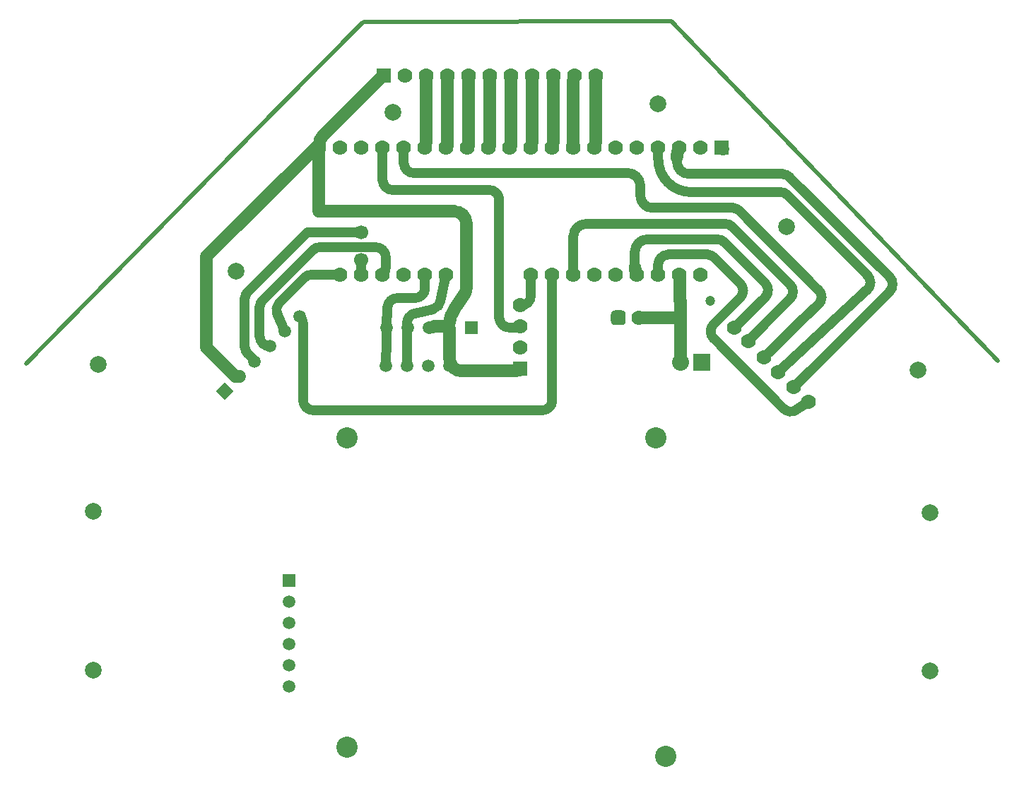
<source format=gbl>
G04*
G04 #@! TF.GenerationSoftware,Altium Limited,Altium Designer,24.5.2 (23)*
G04*
G04 Layer_Physical_Order=2*
G04 Layer_Color=16711680*
%FSLAX44Y44*%
%MOMM*%
G71*
G04*
G04 #@! TF.SameCoordinates,5655CFCB-AA65-40B9-AC3C-96A7F36D51F4*
G04*
G04*
G04 #@! TF.FilePolarity,Positive*
G04*
G01*
G75*
%ADD10C,1.5000*%
%ADD11C,1.2000*%
%ADD12C,0.1270*%
%ADD13C,0.5000*%
%ADD14P,2.1213X4X90.0*%
%ADD15C,1.5000*%
%ADD16R,1.5000X1.5000*%
%ADD17C,1.7780*%
%ADD18R,1.7780X1.7780*%
%ADD19C,2.5400*%
G04:AMPARAMS|DCode=20|XSize=1.778mm|YSize=1.778mm|CornerRadius=0.4445mm|HoleSize=0mm|Usage=FLASHONLY|Rotation=0.000|XOffset=0mm|YOffset=0mm|HoleType=Round|Shape=RoundedRectangle|*
%AMROUNDEDRECTD20*
21,1,1.7780,0.8890,0,0,0.0*
21,1,0.8890,1.7780,0,0,0.0*
1,1,0.8890,0.4445,-0.4445*
1,1,0.8890,-0.4445,-0.4445*
1,1,0.8890,-0.4445,0.4445*
1,1,0.8890,0.4445,0.4445*
%
%ADD20ROUNDEDRECTD20*%
%ADD21C,1.2000*%
%ADD22R,1.2000X1.2000*%
%ADD23R,1.7780X1.7780*%
%ADD24C,2.0000*%
%ADD25C,2.0066*%
%ADD26R,1.5000X1.5000*%
%ADD27R,2.0320X2.0320*%
%ADD28C,2.0320*%
%ADD29C,1.7000*%
%ADD30C,1.7700*%
D10*
X353634Y770887D02*
G03*
X349250Y760290I10616J-10597D01*
G01*
X525780Y665720D02*
G03*
X510780Y680720I-15000J0D01*
G01*
X425330Y841890D02*
G03*
X422316Y839569I7572J-12949D01*
G01*
X582226Y488950D02*
G03*
X585337Y489282I-28J15000D01*
G01*
X516550Y570928D02*
G03*
X517337Y572051I-22557J16656D01*
G01*
X513741Y567124D02*
G03*
X504190Y542290I40290J-29749D01*
G01*
X505460Y503950D02*
G03*
X520460Y488950I15000J0D01*
G01*
X487370Y542290D02*
G03*
X481330Y541020I0J-15000D01*
G01*
X523268Y580965D02*
G03*
X525780Y589246I-12488J8309D01*
G01*
X778119Y747685D02*
G03*
X777924Y745276I14805J-2410D01*
G01*
X727710Y612872D02*
G03*
X730250Y604520I15000J0D01*
G01*
X779939Y754398D02*
G03*
X779297Y752650I13732J-6035D01*
G01*
X778753Y750820D02*
G03*
X778336Y749009I14382J-4260D01*
G01*
X603250Y756920D02*
G03*
X604520Y762961I-13730J6040D01*
G01*
X476250Y756920D02*
G03*
X477520Y762961I-13730J6040D01*
G01*
X628650Y756920D02*
G03*
X629920Y762961I-13730J6040D01*
G01*
X679450Y756920D02*
G03*
X680720Y762961I-13730J6040D01*
G01*
X655320Y843280D02*
G03*
X654050Y837267I13730J-6040D01*
G01*
X214630Y626110D02*
X345440Y756920D01*
X214630Y516890D02*
X248739Y482780D01*
X214630Y516890D02*
Y626110D01*
X248739Y482780D02*
X254181D01*
X345440Y756920D02*
X349250D01*
X349250Y750938D02*
Y758190D01*
Y750938D02*
X349250Y680720D01*
X510780D01*
X422316Y839569D02*
X422316Y839569D01*
X353634Y770887D02*
X422316Y839569D01*
X349250Y756920D02*
Y760290D01*
X525780Y607941D02*
Y665720D01*
X425330Y841890D02*
X425330Y842583D01*
X585337Y489282D02*
X589160Y490100D01*
X517337Y572051D02*
X523268Y580965D01*
X513741Y567124D02*
X516550Y570928D01*
X505460Y503950D02*
Y539750D01*
X582226Y488950D02*
X582226D01*
X520460D02*
X582226D01*
X487370Y542290D02*
X504190D01*
X525780Y589246D02*
Y607911D01*
X525780Y607941D01*
X589160Y490100D02*
X590550Y491490D01*
X782320Y551180D02*
Y572770D01*
Y499110D02*
Y551180D01*
X781050Y552450D02*
X782320Y551180D01*
X732590Y552450D02*
X781050D01*
X781582Y573508D02*
Y603988D01*
X781050Y604520D02*
X781582Y603988D01*
Y573508D02*
X782320Y572770D01*
X778753Y750820D02*
X779297Y752650D01*
X779939Y754398D02*
X781050Y756920D01*
X831850D02*
X832889Y755530D01*
X604520Y762961D02*
Y843280D01*
X577850Y757672D02*
X579120Y758942D01*
X552450Y757672D02*
X553720Y758942D01*
X527050Y757672D02*
X528320Y758942D01*
X501650Y757672D02*
X502920Y758942D01*
X477520Y762961D02*
Y843280D01*
X579120Y758942D02*
Y843280D01*
X553720Y758942D02*
Y843280D01*
X528320Y758942D02*
Y843280D01*
X502920Y758942D02*
Y843280D01*
X680720Y762961D02*
Y843280D01*
X654050Y756920D02*
Y837267D01*
X629920Y762961D02*
Y843280D01*
D11*
X425562Y604636D02*
G03*
X425447Y604523I5924J-6151D01*
G01*
X425562Y604636D02*
G03*
X429260Y613293I-8302J8665D01*
G01*
X429260Y625540D02*
G03*
X417260Y637540I-12000J0D01*
G01*
X298974Y558008D02*
G03*
X299786Y556037I76742J30463D01*
G01*
X301653Y570893D02*
G03*
X298974Y558008I8485J-8485D01*
G01*
X272141Y500741D02*
G03*
X269968Y503726I-10672J-5486D01*
G01*
X263865Y583905D02*
G03*
X260350Y575419I8485J-8485D01*
G01*
Y518314D02*
G03*
X263860Y509834I12000J0D01*
G01*
X340251Y604520D02*
G03*
X331754Y600994I0J-12000D01*
G01*
X350411Y637540D02*
G03*
X341925Y634025I0J-12000D01*
G01*
X278130Y530702D02*
G03*
X290011Y518702I12000J0D01*
G01*
X281645Y573745D02*
G03*
X278130Y565259I8485J-8485D01*
G01*
X330200Y453960D02*
G03*
X342200Y441960I12000J0D01*
G01*
X330200Y545475D02*
G03*
X326695Y553950I-12000J0D01*
G01*
X616650Y441960D02*
G03*
X628650Y453960I0J12000D01*
G01*
X464250Y576580D02*
G03*
X476250Y588580I0J12000D01*
G01*
X443259Y576580D02*
G03*
X431289Y565429I0J-12000D01*
G01*
X463870Y558188D02*
G03*
X454660Y546517I2790J-11671D01*
G01*
X485868Y563447D02*
G03*
X494834Y572616I-2770J11676D01*
G01*
X429832Y526581D02*
G03*
X429834Y526800I-11998J219D01*
G01*
X501645Y604496D02*
G03*
X501650Y604520I-11730J2531D01*
G01*
X431134Y563242D02*
G03*
X431104Y562417I11970J-849D01*
G01*
X429843Y534923D02*
G03*
X429834Y534477I11991J-469D01*
G01*
X430530Y552450D02*
G03*
X431104Y556117I-11426J3667D01*
G01*
X585543Y541184D02*
G03*
X590538Y542284I-25J12000D01*
G01*
X565150Y553184D02*
G03*
X577150Y541184I12000J0D01*
G01*
X565150Y694120D02*
G03*
X553150Y706120I-12000J0D01*
G01*
X425450Y718120D02*
G03*
X437450Y706120I12000J0D01*
G01*
X450850Y738440D02*
G03*
X462850Y726440I12000J0D01*
G01*
X734060Y711440D02*
G03*
X719060Y726440I-15000J0D01*
G01*
X590550Y567690D02*
G03*
X603135Y579676I585J11986D01*
G01*
X906059Y443951D02*
G03*
X921059Y442383I8470J8501D01*
G01*
X821920Y545060D02*
G03*
X821907Y528102I8485J-8485D01*
G01*
X853856Y576996D02*
G03*
X853857Y593943I-8497J8474D01*
G01*
X822652Y625148D02*
G03*
X814179Y628650I-8473J-8498D01*
G01*
X767650D02*
G03*
X755650Y616650I0J-12000D01*
G01*
X910431Y700045D02*
G03*
X901925Y703580I-8505J-8465D01*
G01*
X1005983Y586396D02*
G03*
X1006345Y603674I-8144J8813D01*
G01*
X947656Y569072D02*
G03*
X947875Y586285I-8252J8712D01*
G01*
X853145Y681015D02*
G03*
X844660Y684530I-8485J-8485D01*
G01*
X947634Y569051D02*
G03*
X935109Y557000I571267J-606256D01*
G01*
X844255Y661965D02*
G03*
X835770Y665480I-8485J-8485D01*
G01*
X913535Y575715D02*
G03*
X913535Y592685I-8485J8485D01*
G01*
X883690Y577620D02*
G03*
X883701Y594579I-8485J8485D01*
G01*
X834769Y643512D02*
G03*
X826296Y647013I-8472J-8498D01*
G01*
X1032914Y584605D02*
G03*
X1032922Y601568I-8485J8485D01*
G01*
X884895Y547075D02*
G03*
X884664Y546837I8498J-8473D01*
G01*
X742710Y647013D02*
G03*
X727710Y632013I0J-15000D01*
G01*
X755650Y742950D02*
G03*
X795020Y703580I39370J0D01*
G01*
X912835Y721655D02*
G03*
X904350Y725170I-8485J-8485D01*
G01*
X669050Y665480D02*
G03*
X654050Y650480I0J-15000D01*
G01*
X734060Y699530D02*
G03*
X749060Y684530I15000J0D01*
G01*
X777925Y740170D02*
G03*
X792925Y725170I15000J0D01*
G01*
X400050Y622650D02*
X400956Y619931D01*
X400050Y604520D02*
Y618119D01*
X400956Y619931D01*
X373510Y655320D02*
X400050D01*
X369700D02*
X373510D01*
X335280D02*
X369700D01*
X263865Y583905D02*
X335280Y655320D01*
X425445Y604525D02*
X425447Y604523D01*
X429260Y613293D02*
Y625540D01*
X350411Y637540D02*
X417260D01*
X299786Y556037D02*
X308062Y536662D01*
X301653Y570893D02*
X331754Y600994D01*
X263860Y509834D02*
X269968Y503726D01*
X260350Y518314D02*
Y575419D01*
X340251Y604520D02*
X374650D01*
X281645Y573745D02*
X341925Y634025D01*
X290011Y518702D02*
X290102Y518702D01*
X290102Y518702D02*
X290102Y518702D01*
X278130Y530702D02*
Y565259D01*
X342200Y441960D02*
X616650D01*
X326023Y554623D02*
X326695Y553950D01*
X330200Y453960D02*
Y545475D01*
X628650Y453960D02*
Y604520D01*
X443259Y576580D02*
X464250D01*
X431134Y563242D02*
X431289Y565429D01*
X476250Y588580D02*
Y604520D01*
X463870Y558188D02*
X485868Y563447D01*
X454660Y526800D02*
Y541020D01*
X494834Y572616D02*
X501645Y604496D01*
X454660Y541020D02*
Y546517D01*
X429834Y526800D02*
Y534477D01*
X429260Y495300D02*
X429832Y526581D01*
X454660Y495300D02*
Y510540D01*
X454660D02*
Y526800D01*
X431104Y556117D02*
Y562417D01*
X429843Y534923D02*
X430530Y552450D01*
X577150Y541184D02*
X585543D01*
X590538Y542284D02*
X590550Y542290D01*
X437450Y706120D02*
X553150D01*
X565150Y553184D02*
Y694120D01*
X425450Y718120D02*
Y756920D01*
X450850Y738440D02*
Y756920D01*
X462850Y726440D02*
X719060D01*
X590550Y567690D02*
X590550Y567690D01*
X603135Y579676D02*
Y604353D01*
X921059Y442383D02*
X935990Y452120D01*
X821907Y528102D02*
X906059Y443951D01*
X821920Y545060D02*
X853856Y576996D01*
X767650Y628650D02*
X814179D01*
X822652Y625148D02*
X853857Y593943D01*
X755650Y604520D02*
Y616650D01*
X910431Y700045D02*
X1006345Y603674D01*
X795020Y703580D02*
X901925D01*
X899160Y487680D02*
X1005983Y586396D01*
X947634Y569051D02*
X947656Y569072D01*
X749060Y684530D02*
X844660D01*
X853145Y681015D02*
X947875Y586285D01*
X844255Y661965D02*
X913535Y592685D01*
X884895Y547075D02*
X913535Y575715D01*
X669050Y665480D02*
X835770D01*
X742710Y647013D02*
X826296D01*
X847090Y541020D02*
X883690Y577620D01*
X834769Y643512D02*
X883701Y594579D01*
X939674Y491364D02*
X1032914Y584605D01*
X918210Y469900D02*
X939674Y491364D01*
X1032914Y601575D02*
X1032922Y601567D01*
X912835Y721655D02*
X1032914Y601575D01*
X882650Y505460D02*
X935109Y557000D01*
X863600Y524510D02*
X884664Y546837D01*
X727710Y612872D02*
Y632013D01*
X755650Y742950D02*
Y756920D01*
X778119Y747685D02*
X778336Y749009D01*
X792925Y725170D02*
X904350D01*
X654050Y604520D02*
Y650480D01*
X734060Y699530D02*
Y711440D01*
D12*
X771000Y908452D02*
G03*
X770079Y908843I-916J-879D01*
G01*
X402626Y907571D02*
G03*
X401726Y907192I4J-1270D01*
G01*
D13*
X300977Y804854D02*
X401726Y907192D01*
X-1270Y497840D02*
X99479Y600178D01*
X402626Y907571D02*
X770079Y908842D01*
X771000Y908452D02*
X1162167Y500905D01*
X99479Y600178D02*
X300977Y804854D01*
D14*
X236220Y464820D02*
D03*
D15*
X430530Y541020D02*
D03*
X455930D02*
D03*
X481330D02*
D03*
X505460Y495300D02*
D03*
X480060D02*
D03*
X454660D02*
D03*
X429260D02*
D03*
X254181Y482780D02*
D03*
X272141Y500741D02*
D03*
X290102Y518702D02*
D03*
X308062Y536662D02*
D03*
X326023Y554623D02*
D03*
X313690Y212090D02*
D03*
Y186690D02*
D03*
Y161290D02*
D03*
Y135890D02*
D03*
Y110490D02*
D03*
D16*
X532130Y541020D02*
D03*
D17*
X590550Y567690D02*
D03*
Y542290D02*
D03*
Y516890D02*
D03*
X732590Y552450D02*
D03*
X806450Y604520D02*
D03*
X781050D02*
D03*
X755650D02*
D03*
X730250D02*
D03*
X704850D02*
D03*
X679450D02*
D03*
X654050D02*
D03*
X628650D02*
D03*
X603250D02*
D03*
X501650D02*
D03*
X476250D02*
D03*
X450850D02*
D03*
X425450D02*
D03*
X400050D02*
D03*
X374650D02*
D03*
X806450Y756920D02*
D03*
X781050D02*
D03*
X755650D02*
D03*
X730250D02*
D03*
X704850D02*
D03*
X679450D02*
D03*
X654050D02*
D03*
X628650D02*
D03*
X603250D02*
D03*
X577850D02*
D03*
X552450D02*
D03*
X527050D02*
D03*
X501650D02*
D03*
X476250D02*
D03*
X450850D02*
D03*
X425450D02*
D03*
X400050D02*
D03*
X374650D02*
D03*
X349250D02*
D03*
X452120Y843280D02*
D03*
X477520D02*
D03*
X502920D02*
D03*
X528320D02*
D03*
X553720D02*
D03*
X579120D02*
D03*
X604520D02*
D03*
X629920D02*
D03*
X655320D02*
D03*
X680720D02*
D03*
D18*
X590550Y491490D02*
D03*
D19*
X382524Y38354D02*
D03*
Y408686D02*
D03*
X752856D02*
D03*
X764540Y26670D02*
D03*
D03*
D20*
X707590Y552450D02*
D03*
D21*
X817880Y572770D02*
D03*
D22*
X782320D02*
D03*
D23*
X831850Y756920D02*
D03*
X426720Y843280D02*
D03*
D24*
X1066800Y490220D02*
D03*
X909320Y661670D02*
D03*
X755650Y808990D02*
D03*
X438150Y798830D02*
D03*
X250190Y608330D02*
D03*
X85090Y496570D02*
D03*
D25*
X78742Y320798D02*
D03*
Y130806D02*
D03*
X1081258Y129542D02*
D03*
Y319534D02*
D03*
D26*
X313690Y237490D02*
D03*
D27*
X807720Y499110D02*
D03*
D28*
X782320D02*
D03*
D29*
X400050Y622650D02*
D03*
Y655320D02*
D03*
D30*
X935990Y452120D02*
D03*
X918210Y469900D02*
D03*
X899160Y487680D02*
D03*
X882650Y505460D02*
D03*
X863600Y524510D02*
D03*
X847090Y541020D02*
D03*
M02*

</source>
